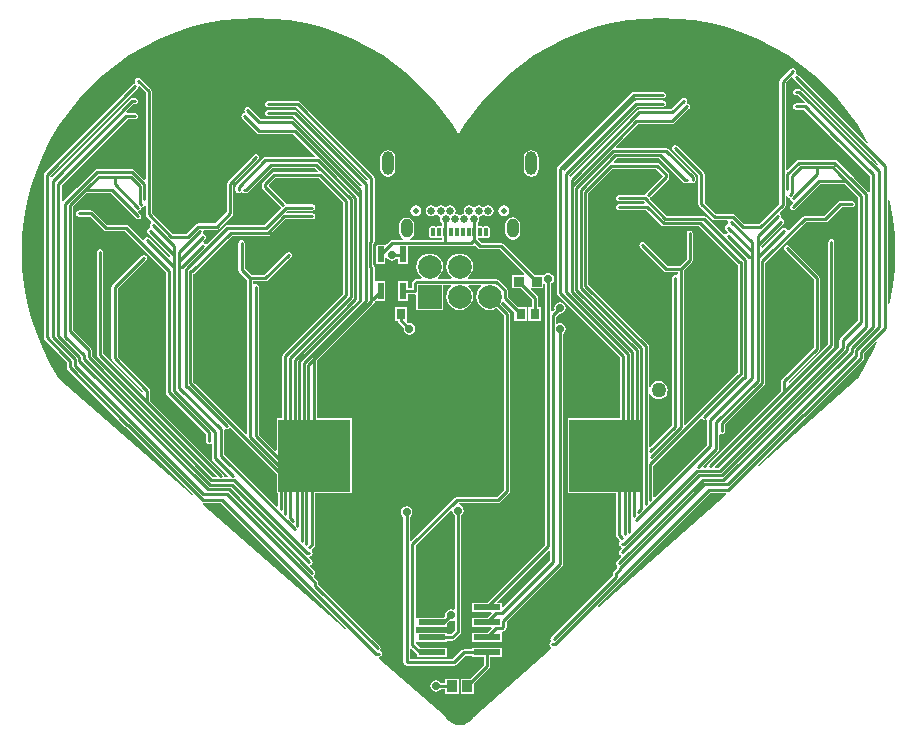
<source format=gbl>
G04 Layer_Physical_Order=2*
G04 Layer_Color=11436288*
%FSLAX24Y24*%
%MOIN*%
G70*
G01*
G75*
%ADD13C,0.0100*%
%ADD14C,0.0787*%
%ADD15R,0.0787X0.0787*%
%ADD16O,0.0394X0.0787*%
%ADD17O,0.0394X0.0630*%
%ADD18C,0.0197*%
%ADD19C,0.0256*%
%ADD20C,0.0276*%
%ADD21C,0.0500*%
%ADD22R,0.0354X0.0394*%
%ADD23R,0.2400X0.2400*%
%ADD24R,0.0886X0.0197*%
%ADD25R,0.0217X0.0550*%
%ADD26R,0.0295X0.0335*%
%ADD27R,0.0315X0.0354*%
%ADD28R,0.0320X0.0320*%
G04:AMPARAMS|DCode=29|XSize=13.8mil|YSize=27.6mil|CornerRadius=0mil|HoleSize=0mil|Usage=FLASHONLY|Rotation=0.000|XOffset=0mil|YOffset=0mil|HoleType=Round|Shape=Octagon|*
%AMOCTAGOND29*
4,1,8,-0.0034,0.0138,0.0034,0.0138,0.0069,0.0103,0.0069,-0.0103,0.0034,-0.0138,-0.0034,-0.0138,-0.0069,-0.0103,-0.0069,0.0103,-0.0034,0.0138,0.0*
%
%ADD29OCTAGOND29*%

G36*
X21950Y27449D02*
Y26800D01*
X21991D01*
Y26370D01*
X21944Y26351D01*
X20193Y28102D01*
Y28925D01*
X20237Y28952D01*
X20242Y28952D01*
X20248Y28949D01*
X20287Y28941D01*
X20327Y28949D01*
X20360Y28971D01*
X20423Y28976D01*
X21950Y27449D01*
D02*
G37*
G36*
X24160Y36490D02*
Y35442D01*
Y33442D01*
X22172Y31455D01*
X22150Y31421D01*
X22142Y31382D01*
Y29302D01*
X21950D01*
Y28234D01*
X21904Y28215D01*
X21375Y28744D01*
Y33670D01*
X21367Y33709D01*
X21344Y33743D01*
X21311Y33765D01*
X21271Y33773D01*
X21232Y33765D01*
X21228Y33762D01*
X21178Y33789D01*
Y33862D01*
X21567D01*
X21606Y33870D01*
X21640Y33892D01*
X22427Y34680D01*
X22449Y34713D01*
X22457Y34753D01*
X22449Y34792D01*
X22427Y34826D01*
X22394Y34848D01*
X22354Y34856D01*
X22315Y34848D01*
X22281Y34826D01*
X21524Y34068D01*
X21117D01*
X20882Y34303D01*
Y35146D01*
X20875Y35186D01*
X20852Y35219D01*
X20819Y35242D01*
X20779Y35249D01*
X20740Y35242D01*
X20706Y35219D01*
X20684Y35186D01*
X20676Y35146D01*
Y34260D01*
X20684Y34221D01*
X20706Y34187D01*
X20971Y33922D01*
Y28785D01*
X20925Y28766D01*
X19237Y30454D01*
X19237Y30454D01*
X19177Y30514D01*
Y34100D01*
X19209Y34121D01*
X20471Y35384D01*
X21646D01*
X21686Y35392D01*
X21719Y35414D01*
X22234Y35929D01*
X23141D01*
X23181Y35937D01*
X23214Y35959D01*
X23237Y35993D01*
X23245Y36032D01*
X23237Y36072D01*
X23214Y36105D01*
X23181Y36127D01*
X23141Y36135D01*
X22292D01*
X22273Y36181D01*
X22315Y36224D01*
X23141D01*
X23181Y36232D01*
X23214Y36254D01*
X23237Y36288D01*
X23245Y36327D01*
X23237Y36367D01*
X23214Y36400D01*
X23181Y36423D01*
X23141Y36431D01*
X22273D01*
X22257Y36441D01*
X22253Y36465D01*
X22230Y36499D01*
X21696Y37033D01*
Y37098D01*
X21896Y37298D01*
X23352D01*
X24160Y36490D01*
D02*
G37*
G36*
X17261Y35959D02*
X17295Y35937D01*
X17334Y35929D01*
X17374Y35937D01*
X17407Y35959D01*
X17430Y35993D01*
X17438Y36032D01*
X17430Y36072D01*
X17407Y36105D01*
X17335Y36177D01*
X17355Y36228D01*
X17374Y36232D01*
X17407Y36254D01*
X17430Y36288D01*
X17437Y36323D01*
X17472Y36330D01*
X17506Y36353D01*
X17528Y36386D01*
X17529Y36392D01*
X17579Y36387D01*
Y36095D01*
X17587Y36055D01*
X17609Y36022D01*
X17758Y35873D01*
X17754Y35810D01*
X17731Y35776D01*
X17723Y35737D01*
X17731Y35697D01*
X17735Y35692D01*
X17734Y35682D01*
X17710Y35639D01*
X17689Y35635D01*
X17655Y35613D01*
X17633Y35579D01*
X17625Y35540D01*
X17633Y35500D01*
X17655Y35467D01*
X18403Y34719D01*
X18399Y34692D01*
X18347Y34674D01*
X17703Y35318D01*
X17669Y35340D01*
X17630Y35348D01*
X17630D01*
X17590Y35340D01*
X17557Y35318D01*
X17534Y35284D01*
X17531Y35265D01*
X17479Y35246D01*
X17014Y35711D01*
X16980Y35734D01*
X16941Y35742D01*
X16294D01*
X15833Y36203D01*
X15799Y36226D01*
X15760Y36234D01*
X15366D01*
X15326Y36226D01*
X15293Y36203D01*
X15271Y36170D01*
X15263Y36131D01*
X15271Y36091D01*
X15293Y36058D01*
X15326Y36035D01*
X15366Y36027D01*
X15717D01*
X16179Y35565D01*
X16212Y35543D01*
X16252Y35535D01*
X16898D01*
X18049Y34384D01*
X18049Y34384D01*
X18261Y34172D01*
Y30162D01*
X18269Y30123D01*
X18291Y30089D01*
X19593Y28787D01*
Y28552D01*
X19601Y28512D01*
X19624Y28479D01*
X19657Y28456D01*
X19697Y28449D01*
X19736Y28456D01*
X19740Y28459D01*
X19790Y28433D01*
Y27961D01*
X19798Y27922D01*
X19821Y27888D01*
X20326Y27383D01*
X20307Y27337D01*
X20235D01*
X20193Y27385D01*
X20186Y27424D01*
X20163Y27458D01*
X17733Y29888D01*
Y30225D01*
X17725Y30264D01*
X17703Y30298D01*
X16650Y31350D01*
Y33627D01*
X17604Y34581D01*
X17627Y34615D01*
X17634Y34654D01*
X17627Y34694D01*
X17604Y34727D01*
X17571Y34749D01*
X17531Y34757D01*
X17492Y34749D01*
X17458Y34727D01*
X16474Y33743D01*
X16452Y33709D01*
X16444Y33670D01*
Y31308D01*
X16452Y31268D01*
X16474Y31235D01*
X17504Y30205D01*
X17501Y30190D01*
X17447Y30174D01*
X16158Y31463D01*
Y34851D01*
X16150Y34890D01*
X16128Y34924D01*
X16094Y34946D01*
X16055Y34954D01*
X16015Y34946D01*
X15982Y34924D01*
X15960Y34890D01*
X15952Y34851D01*
Y31420D01*
X15960Y31381D01*
X15982Y31347D01*
X19946Y27383D01*
X19927Y27337D01*
X19819D01*
X15785Y31371D01*
Y31582D01*
X15777Y31622D01*
X15755Y31655D01*
X15174Y32236D01*
Y36366D01*
X15605Y36798D01*
X16423D01*
X17261Y35959D01*
D02*
G37*
G36*
X42388Y36501D02*
X42487Y35953D01*
X42547Y35399D01*
X42567Y34843D01*
X42547Y34286D01*
X42487Y33732D01*
X42388Y33184D01*
X42366Y33094D01*
X42316Y33101D01*
Y36584D01*
X42366Y36591D01*
X42388Y36501D01*
D02*
G37*
G36*
X36933Y26751D02*
X32681Y23012D01*
X32647Y23049D01*
X36395Y26797D01*
X36915D01*
X36933Y26751D01*
D02*
G37*
G36*
X24275Y22308D02*
X24241Y22272D01*
X19477Y26436D01*
X19496Y26479D01*
X19499Y26482D01*
X20101D01*
X24275Y22308D01*
D02*
G37*
G36*
X41964Y31847D02*
X41862Y31601D01*
X41612Y31103D01*
X41328Y30624D01*
X41311Y30600D01*
X38027Y27712D01*
X37993Y27749D01*
X39235Y28991D01*
X39552Y29308D01*
X39559Y29309D01*
X39593Y29332D01*
X41498Y31237D01*
X41521Y31271D01*
X41529Y31310D01*
Y31481D01*
X41794Y31747D01*
X41922Y31875D01*
X41964Y31847D01*
D02*
G37*
G36*
X36136Y29286D02*
X36169Y29264D01*
X36209Y29256D01*
X36248Y29264D01*
X36254Y29267D01*
X36259Y29267D01*
X36303Y29240D01*
Y28417D01*
X34552Y26666D01*
X34505Y26685D01*
Y27723D01*
X36073Y29291D01*
X36136Y29286D01*
D02*
G37*
G36*
X17579Y40169D02*
Y37278D01*
X17533Y37259D01*
X17210Y37581D01*
X17177Y37604D01*
X17138Y37612D01*
X15956D01*
X15917Y37604D01*
X15884Y37581D01*
X15293Y36991D01*
X15293Y36991D01*
X14830Y36528D01*
X14814Y36530D01*
X14780Y36545D01*
Y37072D01*
X16029Y38321D01*
X16983Y39275D01*
X17236D01*
X17275Y39283D01*
X17309Y39306D01*
X17331Y39339D01*
X17339Y39379D01*
X17331Y39418D01*
X17309Y39451D01*
X17275Y39474D01*
X17236Y39482D01*
X16965D01*
X16944Y39532D01*
X17180Y39768D01*
X17236D01*
X17275Y39775D01*
X17309Y39798D01*
X17331Y39831D01*
X17339Y39871D01*
X17331Y39910D01*
X17309Y39944D01*
X17275Y39966D01*
X17236Y39974D01*
X17138D01*
X17098Y39966D01*
X17065Y39944D01*
X14458Y37337D01*
X14405Y37355D01*
X14401Y37382D01*
X17309Y40290D01*
X17331Y40323D01*
X17335Y40342D01*
X17386Y40362D01*
X17579Y40169D01*
D02*
G37*
G36*
X34826Y37387D02*
Y37374D01*
X34266Y36814D01*
X34244Y36780D01*
X34236Y36743D01*
X34223Y36746D01*
X33355D01*
X33315Y36738D01*
X33282Y36715D01*
X33259Y36682D01*
X33251Y36642D01*
X33259Y36603D01*
X33282Y36569D01*
X33315Y36547D01*
X33355Y36539D01*
X34181D01*
X34223Y36496D01*
X34204Y36450D01*
X33355D01*
X33315Y36442D01*
X33282Y36420D01*
X33259Y36387D01*
X33251Y36347D01*
X33259Y36308D01*
X33282Y36274D01*
X33315Y36252D01*
X33355Y36244D01*
X34262D01*
X34777Y35729D01*
X34810Y35707D01*
X34850Y35699D01*
X36025D01*
X37288Y34436D01*
X37308Y34423D01*
X37319Y34415D01*
Y30829D01*
X37259Y30769D01*
X37259Y30769D01*
X35571Y29081D01*
X35525Y29100D01*
Y34237D01*
X35790Y34502D01*
X35812Y34536D01*
X35820Y34575D01*
Y35461D01*
X35812Y35501D01*
X35790Y35534D01*
X35756Y35557D01*
X35717Y35564D01*
X35677Y35557D01*
X35644Y35534D01*
X35621Y35501D01*
X35614Y35461D01*
Y34618D01*
X35379Y34383D01*
X34972D01*
X34215Y35140D01*
X34181Y35163D01*
X34142Y35171D01*
X34102Y35163D01*
X34069Y35140D01*
X34047Y35107D01*
X34039Y35068D01*
X34047Y35028D01*
X34069Y34995D01*
X34856Y34207D01*
X34890Y34185D01*
X34929Y34177D01*
X35318D01*
Y34104D01*
X35268Y34077D01*
X35264Y34080D01*
X35225Y34088D01*
X35185Y34080D01*
X35152Y34058D01*
X35129Y34024D01*
X35121Y33985D01*
Y29059D01*
X34400Y28338D01*
X34354Y28357D01*
Y30117D01*
X34404Y30127D01*
X34422Y30084D01*
X34470Y30021D01*
X34533Y29973D01*
X34606Y29943D01*
X34685Y29932D01*
X34764Y29943D01*
X34837Y29973D01*
X34900Y30021D01*
X34948Y30084D01*
X34978Y30158D01*
X34989Y30236D01*
X34978Y30315D01*
X34948Y30388D01*
X34900Y30451D01*
X34837Y30499D01*
X34764Y30530D01*
X34685Y30540D01*
X34606Y30530D01*
X34533Y30499D01*
X34470Y30451D01*
X34422Y30388D01*
X34404Y30345D01*
X34354Y30355D01*
Y31697D01*
X34346Y31736D01*
X34324Y31770D01*
X32336Y33757D01*
Y35757D01*
Y36805D01*
X33144Y37613D01*
X34600D01*
X34826Y37387D01*
D02*
G37*
G36*
X35320Y42626D02*
X35874Y42566D01*
X36422Y42467D01*
X36962Y42330D01*
X37491Y42154D01*
X38005Y41940D01*
X38503Y41691D01*
X38982Y41407D01*
X39440Y41089D01*
X39874Y40740D01*
X40281Y40360D01*
X40661Y39952D01*
X41010Y39519D01*
X41328Y39061D01*
X41612Y38582D01*
X41653Y38500D01*
X41613Y38471D01*
X39333Y40751D01*
X39300Y40773D01*
X39278Y40777D01*
X39254Y40820D01*
X39253Y40829D01*
X39257Y40835D01*
X39265Y40875D01*
X39257Y40914D01*
X39235Y40948D01*
X39201Y40970D01*
X39162Y40978D01*
X39122Y40970D01*
X39089Y40948D01*
X38741Y40600D01*
X38718Y40566D01*
X38710Y40527D01*
Y36452D01*
X38028Y35770D01*
X37540D01*
X37230Y36079D01*
X37197Y36101D01*
X37157Y36109D01*
X36593D01*
X36214Y36488D01*
Y37430D01*
X36206Y37469D01*
X36183Y37503D01*
X35298Y38389D01*
X35264Y38411D01*
X35225Y38419D01*
X35185Y38411D01*
X35152Y38389D01*
X35129Y38355D01*
X35121Y38316D01*
X35129Y38276D01*
X35152Y38243D01*
X36007Y37387D01*
Y36445D01*
X36015Y36406D01*
X36038Y36373D01*
X36477Y35933D01*
X36510Y35911D01*
X36550Y35903D01*
X36950D01*
X36992Y35855D01*
X36999Y35815D01*
X37003Y35810D01*
X37002Y35800D01*
X36978Y35758D01*
X36957Y35753D01*
X36923Y35731D01*
X36901Y35698D01*
X36893Y35658D01*
X36901Y35619D01*
X36923Y35585D01*
X36995Y35513D01*
X36976Y35462D01*
X36957Y35458D01*
X36923Y35436D01*
X36860Y35431D01*
X36265Y36026D01*
X36231Y36049D01*
X36192Y36057D01*
X34955D01*
X34407Y36605D01*
X34412Y36667D01*
X34413Y36669D01*
X35002Y37258D01*
X35025Y37292D01*
X35033Y37331D01*
Y37430D01*
X35025Y37469D01*
X35002Y37503D01*
X34716Y37789D01*
X34682Y37812D01*
X34643Y37820D01*
X33202D01*
X33183Y37866D01*
X33280Y37963D01*
X34690D01*
X35493Y37160D01*
X35526Y37138D01*
X35566Y37130D01*
X35618D01*
X35658Y37138D01*
X35691Y37160D01*
X35742D01*
X35776Y37138D01*
X35815Y37130D01*
X35855Y37138D01*
X35888Y37160D01*
X35911Y37193D01*
X35918Y37233D01*
Y37331D01*
X35911Y37371D01*
X35888Y37404D01*
X35002Y38290D01*
X34969Y38312D01*
X34929Y38320D01*
X33275D01*
X33256Y38366D01*
X33428Y38538D01*
X33988Y39098D01*
X35126D01*
X35166Y39106D01*
X35199Y39128D01*
X35691Y39621D01*
X35714Y39654D01*
X35722Y39694D01*
X35714Y39733D01*
X35691Y39766D01*
X35658Y39789D01*
X35637Y39793D01*
X35613Y39836D01*
X35611Y39845D01*
X35615Y39851D01*
X35623Y39890D01*
X35615Y39930D01*
X35593Y39963D01*
X35559Y39986D01*
X35520Y39994D01*
X35480Y39986D01*
X35447Y39963D01*
X35083Y39600D01*
X34044D01*
X34004Y39592D01*
X33971Y39570D01*
X31758Y37357D01*
X31705Y37375D01*
X31701Y37402D01*
X33988Y39689D01*
X34831D01*
X34870Y39697D01*
X34904Y39719D01*
X34926Y39752D01*
X34934Y39792D01*
X34926Y39831D01*
X34904Y39865D01*
X34870Y39887D01*
X34831Y39895D01*
X33945D01*
X33906Y39887D01*
X33872Y39865D01*
X31561Y37554D01*
X31508Y37571D01*
X31504Y37599D01*
X33889Y39984D01*
X34831D01*
X34870Y39992D01*
X34904Y40014D01*
X34926Y40048D01*
X34934Y40087D01*
X34926Y40127D01*
X34904Y40160D01*
X34870Y40183D01*
X34831Y40190D01*
X33847D01*
X33807Y40183D01*
X33774Y40160D01*
X31313Y37700D01*
X31291Y37666D01*
X31283Y37627D01*
Y33493D01*
X31291Y33453D01*
X31313Y33420D01*
X32986Y31747D01*
X33392Y31341D01*
Y29302D01*
X31650D01*
Y26800D01*
X33267D01*
Y25406D01*
X33275Y25367D01*
X33297Y25333D01*
X33375Y25256D01*
X33380Y25224D01*
Y25200D01*
X33358Y25166D01*
X33350Y25127D01*
X33358Y25087D01*
X33380Y25054D01*
X33414Y25031D01*
X33433Y25027D01*
X33452Y24976D01*
X33380Y24904D01*
X33358Y24871D01*
X33350Y24831D01*
X33358Y24792D01*
X33380Y24758D01*
X33414Y24736D01*
X33418Y24735D01*
X33435Y24681D01*
X33328Y24574D01*
X33297Y24543D01*
X33275Y24509D01*
X33267Y24470D01*
X33275Y24431D01*
X33297Y24397D01*
X33297Y24397D01*
X33312Y24333D01*
X33311Y24326D01*
X33183Y24198D01*
X33161Y24165D01*
X33153Y24125D01*
Y24061D01*
X31108Y22015D01*
X31093Y21993D01*
X31085Y21982D01*
X31079Y21949D01*
X31079D01*
Y21949D01*
D01*
X31078Y21943D01*
X31084Y21910D01*
X31085Y21899D01*
X31086Y21856D01*
X31069Y21845D01*
X31069Y21845D01*
X31046Y21811D01*
X31039Y21772D01*
X31046Y21732D01*
X31069Y21699D01*
X31093Y21683D01*
X31103Y21644D01*
X31103Y21625D01*
X28520Y19354D01*
X28518Y19352D01*
X28516Y19351D01*
X28510Y19341D01*
X28505Y19334D01*
X28505Y19334D01*
X28505Y19335D01*
X28505Y19335D01*
X28504Y19335D01*
X28504Y19335D01*
X28502Y19332D01*
Y19332D01*
X28502Y19332D01*
X28502Y19332D01*
X28502Y19332D01*
X28502Y19331D01*
X28502Y19331D01*
X28502Y19331D01*
X28502Y19331D01*
X28502Y19331D01*
X28502Y19331D01*
Y19331D01*
X28502Y19331D01*
X28502Y19331D01*
X28502Y19329D01*
X28501Y19327D01*
X28418Y19220D01*
X28311Y19137D01*
X28186Y19085D01*
X28051Y19067D01*
X27917Y19085D01*
X27792Y19137D01*
X27684Y19220D01*
X27603Y19325D01*
X27603Y19326D01*
X27601Y19329D01*
X27601Y19329D01*
X27596Y19335D01*
X27590Y19345D01*
X27587Y19346D01*
X27586Y19348D01*
X25343Y21309D01*
X25365Y21356D01*
X25394Y21361D01*
X25427Y21384D01*
X25450Y21417D01*
X25457Y21457D01*
X25450Y21496D01*
X25427Y21530D01*
X25427Y21530D01*
X25410Y21541D01*
X25411Y21585D01*
X25412Y21595D01*
X25418Y21628D01*
X25417Y21634D01*
D01*
Y21634D01*
X25417D01*
X25411Y21667D01*
X25403Y21678D01*
X25388Y21701D01*
X23343Y23746D01*
Y23810D01*
X23335Y23850D01*
X23313Y23883D01*
X23185Y24011D01*
X23184Y24018D01*
X23199Y24082D01*
X23221Y24116D01*
X23229Y24155D01*
X23221Y24195D01*
X23199Y24228D01*
X23168Y24259D01*
X23061Y24366D01*
X23078Y24420D01*
X23083Y24421D01*
X23116Y24443D01*
X23138Y24477D01*
X23146Y24516D01*
X23138Y24556D01*
X23116Y24589D01*
X23044Y24661D01*
X23063Y24713D01*
X23083Y24716D01*
X23116Y24739D01*
X23138Y24772D01*
X23146Y24812D01*
X23138Y24851D01*
X23120Y24878D01*
X23116Y24896D01*
Y24909D01*
X23122Y24941D01*
X23199Y25019D01*
X23221Y25052D01*
X23229Y25091D01*
Y26800D01*
X24452D01*
Y29302D01*
X23304D01*
Y31226D01*
X23510Y31432D01*
X25183Y33105D01*
X25205Y33138D01*
X25213Y33178D01*
Y33195D01*
X25254Y33217D01*
X25254Y33217D01*
Y33217D01*
X25254Y33217D01*
X25573D01*
Y33869D01*
X25254D01*
Y33869D01*
X25213Y33892D01*
Y34327D01*
X25205Y34367D01*
X25183Y34400D01*
X25156Y34427D01*
Y35101D01*
X25183Y35128D01*
X25205Y35161D01*
X25213Y35201D01*
Y37312D01*
X25205Y37351D01*
X25183Y37385D01*
X22722Y39845D01*
X22689Y39868D01*
X22649Y39875D01*
X21665D01*
X21626Y39868D01*
X21592Y39845D01*
X21570Y39812D01*
X21562Y39772D01*
X21570Y39733D01*
X21592Y39699D01*
X21626Y39677D01*
X21665Y39669D01*
X22607D01*
X24992Y37284D01*
X24988Y37256D01*
X24935Y37239D01*
X22624Y39550D01*
X22590Y39572D01*
X22551Y39580D01*
X21665D01*
X21626Y39572D01*
X21592Y39550D01*
X21570Y39516D01*
X21562Y39477D01*
X21570Y39437D01*
X21592Y39404D01*
X21626Y39382D01*
X21665Y39374D01*
X22508D01*
X24795Y37087D01*
X24791Y37060D01*
X24738Y37042D01*
X22525Y39255D01*
X22492Y39277D01*
X22453Y39285D01*
X21413D01*
X21049Y39648D01*
X21016Y39671D01*
X20976Y39679D01*
X20937Y39671D01*
X20903Y39648D01*
X20881Y39615D01*
X20873Y39575D01*
X20881Y39536D01*
X20885Y39530D01*
X20883Y39521D01*
X20859Y39478D01*
X20838Y39474D01*
X20805Y39451D01*
X20782Y39418D01*
X20775Y39379D01*
X20782Y39339D01*
X20805Y39306D01*
X21297Y38813D01*
X21330Y38791D01*
X21370Y38783D01*
X22508D01*
X23069Y38223D01*
X23240Y38052D01*
X23221Y38005D01*
X21567D01*
X21527Y37997D01*
X21494Y37975D01*
X20608Y37089D01*
X20586Y37056D01*
X20578Y37016D01*
Y36918D01*
X20586Y36878D01*
X20608Y36845D01*
X20641Y36823D01*
X20681Y36815D01*
X20720Y36823D01*
X20754Y36845D01*
X20805D01*
X20838Y36823D01*
X20878Y36815D01*
X20930D01*
X20970Y36823D01*
X21003Y36845D01*
X21806Y37648D01*
X23216D01*
X23313Y37551D01*
X23294Y37505D01*
X21853D01*
X21814Y37497D01*
X21781Y37475D01*
X21494Y37188D01*
X21471Y37154D01*
X21464Y37115D01*
Y37016D01*
X21471Y36977D01*
X21494Y36943D01*
X22084Y36353D01*
X22089Y36290D01*
X21541Y35742D01*
X20304D01*
X20265Y35734D01*
X20231Y35711D01*
X19636Y35116D01*
X19573Y35121D01*
X19539Y35143D01*
X19520Y35147D01*
X19501Y35198D01*
X19573Y35270D01*
X19595Y35304D01*
X19603Y35343D01*
X19595Y35383D01*
X19573Y35416D01*
X19539Y35438D01*
X19518Y35443D01*
X19494Y35485D01*
X19493Y35495D01*
X19497Y35500D01*
X19504Y35540D01*
X19546Y35588D01*
X19946D01*
X19986Y35596D01*
X20019Y35618D01*
X20459Y36058D01*
X20481Y36091D01*
X20489Y36131D01*
Y37072D01*
X21344Y37928D01*
X21367Y37961D01*
X21375Y38001D01*
X21367Y38040D01*
X21344Y38074D01*
X21311Y38096D01*
X21271Y38104D01*
X21232Y38096D01*
X21198Y38074D01*
X20313Y37188D01*
X20290Y37154D01*
X20282Y37115D01*
Y36173D01*
X19903Y35794D01*
X19339D01*
X19299Y35786D01*
X19266Y35764D01*
X18956Y35455D01*
X18468D01*
X17786Y36137D01*
Y40212D01*
X17778Y40251D01*
X17755Y40285D01*
X17407Y40633D01*
X17374Y40655D01*
X17334Y40663D01*
X17295Y40655D01*
X17261Y40633D01*
X17239Y40599D01*
X17231Y40560D01*
X17239Y40520D01*
X17243Y40514D01*
X17242Y40505D01*
X17218Y40462D01*
X17196Y40458D01*
X17163Y40436D01*
X14210Y37483D01*
X14188Y37450D01*
X14180Y37410D01*
Y36918D01*
Y31997D01*
X14188Y31957D01*
X14210Y31924D01*
X14702Y31432D01*
X14967Y31167D01*
Y30995D01*
X14975Y30956D01*
X14998Y30923D01*
X16904Y29017D01*
X16937Y28994D01*
X16944Y28993D01*
X17261Y28676D01*
X19147Y26790D01*
X19113Y26754D01*
X14712Y30600D01*
X14695Y30624D01*
X14411Y31103D01*
X14162Y31601D01*
X13949Y32116D01*
X13773Y32644D01*
X13635Y33184D01*
X13536Y33732D01*
X13477Y34286D01*
X13457Y34843D01*
X13477Y35399D01*
X13536Y35953D01*
X13635Y36501D01*
X13773Y37041D01*
X13949Y37569D01*
X14162Y38084D01*
X14411Y38582D01*
X14695Y39061D01*
X15013Y39519D01*
X15363Y39952D01*
X15742Y40360D01*
X16150Y40740D01*
X16584Y41089D01*
X17041Y41407D01*
X17520Y41691D01*
X18018Y41940D01*
X18533Y42154D01*
X19061Y42330D01*
X19601Y42467D01*
X20149Y42566D01*
X20703Y42626D01*
X21260Y42646D01*
X21817Y42626D01*
X22370Y42566D01*
X22919Y42467D01*
X23458Y42330D01*
X23987Y42154D01*
X24501Y41940D01*
X24999Y41691D01*
X25479Y41407D01*
X25936Y41089D01*
X26370Y40740D01*
X26777Y40360D01*
X27157Y39952D01*
X27507Y39519D01*
X27824Y39061D01*
X27947Y38855D01*
X27951Y38857D01*
X27961Y38843D01*
X27984Y38827D01*
X28012Y38821D01*
X28039Y38827D01*
X28063Y38843D01*
X28073Y38857D01*
X28077Y38855D01*
X28199Y39061D01*
X28517Y39519D01*
X28866Y39952D01*
X29246Y40360D01*
X29654Y40740D01*
X30087Y41089D01*
X30545Y41407D01*
X31024Y41691D01*
X31522Y41940D01*
X32037Y42154D01*
X32565Y42330D01*
X33105Y42467D01*
X33653Y42566D01*
X34207Y42626D01*
X34764Y42646D01*
X35320Y42626D01*
D02*
G37*
G36*
X39161Y40657D02*
X39165Y40638D01*
X39187Y40605D01*
X41970Y37822D01*
X41993Y37766D01*
X41952Y37738D01*
X39431Y40259D01*
X39398Y40281D01*
X39359Y40289D01*
X39260D01*
X39221Y40281D01*
X39187Y40259D01*
X39165Y40225D01*
X39157Y40186D01*
X39165Y40146D01*
X39187Y40113D01*
X39221Y40090D01*
X39260Y40082D01*
X39316D01*
X39552Y39847D01*
X39531Y39797D01*
X39260D01*
X39221Y39789D01*
X39187Y39766D01*
X39165Y39733D01*
X39157Y39694D01*
X39165Y39654D01*
X39187Y39621D01*
X39221Y39598D01*
X39260Y39590D01*
X39513D01*
X40467Y38636D01*
X40467Y38636D01*
X41716Y37387D01*
Y36860D01*
X41682Y36845D01*
X41666Y36843D01*
X41203Y37306D01*
X40613Y37896D01*
X40579Y37919D01*
X40540Y37927D01*
X39359D01*
X39319Y37919D01*
X39286Y37896D01*
X38963Y37574D01*
X38917Y37593D01*
Y40484D01*
X39110Y40677D01*
X39161Y40657D01*
D02*
G37*
G36*
X41322Y36681D02*
Y32551D01*
X40741Y31970D01*
X40719Y31937D01*
X40711Y31897D01*
Y31686D01*
X36677Y27652D01*
X36569D01*
X36550Y27698D01*
X40514Y31662D01*
X40536Y31696D01*
X40544Y31735D01*
Y35166D01*
X40536Y35205D01*
X40514Y35239D01*
X40481Y35261D01*
X40441Y35269D01*
X40402Y35261D01*
X40368Y35239D01*
X40346Y35205D01*
X40338Y35166D01*
Y31778D01*
X39049Y30489D01*
X38995Y30505D01*
X38992Y30520D01*
X40022Y31550D01*
X40044Y31583D01*
X40052Y31623D01*
Y33985D01*
X40044Y34024D01*
X40022Y34058D01*
X39038Y35042D01*
X39004Y35064D01*
X38965Y35072D01*
X38925Y35064D01*
X38892Y35042D01*
X38870Y35009D01*
X38862Y34969D01*
X38870Y34930D01*
X38892Y34896D01*
X39846Y33942D01*
Y31665D01*
X38793Y30613D01*
X38771Y30579D01*
X38763Y30540D01*
Y30203D01*
X36333Y27773D01*
X36310Y27739D01*
X36303Y27700D01*
X36261Y27652D01*
X36189D01*
X36170Y27698D01*
X36676Y28203D01*
X36698Y28237D01*
X36706Y28276D01*
Y28748D01*
X36756Y28774D01*
X36760Y28771D01*
X36799Y28764D01*
X36839Y28771D01*
X36872Y28794D01*
X36895Y28827D01*
X36903Y28867D01*
Y29102D01*
X38205Y30404D01*
X38227Y30438D01*
X38235Y30477D01*
Y34487D01*
X38447Y34699D01*
X39598Y35850D01*
X40244D01*
X40284Y35858D01*
X40317Y35880D01*
X40779Y36342D01*
X41130D01*
X41170Y36350D01*
X41203Y36373D01*
X41225Y36406D01*
X41233Y36445D01*
X41225Y36485D01*
X41203Y36518D01*
X41170Y36541D01*
X41130Y36549D01*
X40736D01*
X40697Y36541D01*
X40664Y36518D01*
X40202Y36057D01*
X39555D01*
X39516Y36049D01*
X39482Y36026D01*
X39017Y35561D01*
X38965Y35580D01*
X38962Y35599D01*
X38939Y35633D01*
X38906Y35655D01*
X38866Y35663D01*
X38866D01*
X38827Y35655D01*
X38793Y35633D01*
X38149Y34989D01*
X38097Y35007D01*
X38093Y35034D01*
X38841Y35782D01*
X38863Y35815D01*
X38871Y35855D01*
X38863Y35894D01*
X38841Y35928D01*
X38807Y35950D01*
X38786Y35954D01*
X38762Y35997D01*
X38761Y36007D01*
X38765Y36012D01*
X38773Y36052D01*
X38765Y36091D01*
X38742Y36125D01*
X38738Y36188D01*
X38887Y36337D01*
X38909Y36370D01*
X38917Y36410D01*
Y36702D01*
X38967Y36707D01*
X38968Y36701D01*
X38990Y36668D01*
X39024Y36645D01*
X39059Y36638D01*
X39066Y36603D01*
X39089Y36569D01*
X39122Y36547D01*
X39141Y36543D01*
X39161Y36492D01*
X39089Y36420D01*
X39066Y36387D01*
X39058Y36347D01*
X39066Y36308D01*
X39089Y36274D01*
X39122Y36252D01*
X39162Y36244D01*
X39201Y36252D01*
X39235Y36274D01*
X40073Y37113D01*
X40891D01*
X41322Y36681D01*
D02*
G37*
%LPC*%
G36*
X30443Y38245D02*
X30346Y38226D01*
X30264Y38171D01*
X30209Y38089D01*
X30190Y37992D01*
Y37598D01*
X30209Y37502D01*
X30264Y37420D01*
X30346Y37365D01*
X30443Y37346D01*
X30540Y37365D01*
X30622Y37420D01*
X30677Y37502D01*
X30696Y37598D01*
Y37992D01*
X30677Y38089D01*
X30622Y38171D01*
X30540Y38226D01*
X30443Y38245D01*
D02*
G37*
G36*
X26585Y36403D02*
X26515Y36389D01*
X26456Y36350D01*
X26416Y36290D01*
X26402Y36220D01*
X26416Y36151D01*
X26456Y36091D01*
X26515Y36052D01*
X26585Y36038D01*
X26655Y36052D01*
X26714Y36091D01*
X26753Y36151D01*
X26767Y36220D01*
X26753Y36290D01*
X26714Y36350D01*
X26655Y36389D01*
X26585Y36403D01*
D02*
G37*
G36*
X28024Y20622D02*
X27567D01*
Y20477D01*
X27422D01*
X27400Y20510D01*
X27338Y20552D01*
X27264Y20567D01*
X27190Y20552D01*
X27128Y20510D01*
X27086Y20448D01*
X27071Y20374D01*
X27086Y20300D01*
X27128Y20238D01*
X27190Y20196D01*
X27264Y20181D01*
X27338Y20196D01*
X27400Y20238D01*
X27422Y20271D01*
X27567D01*
Y20126D01*
X28024D01*
Y20622D01*
D02*
G37*
G36*
X29518Y36403D02*
X29448Y36389D01*
X29389Y36350D01*
X29349Y36290D01*
X29335Y36220D01*
X29349Y36151D01*
X29389Y36091D01*
X29448Y36052D01*
X29518Y36038D01*
X29588Y36052D01*
X29647Y36091D01*
X29686Y36151D01*
X29700Y36220D01*
X29686Y36290D01*
X29647Y36350D01*
X29588Y36389D01*
X29518Y36403D01*
D02*
G37*
G36*
X25659Y38245D02*
X25563Y38226D01*
X25481Y38171D01*
X25426Y38089D01*
X25407Y37992D01*
Y37598D01*
X25426Y37502D01*
X25481Y37420D01*
X25563Y37365D01*
X25659Y37346D01*
X25756Y37365D01*
X25838Y37420D01*
X25893Y37502D01*
X25912Y37598D01*
Y37992D01*
X25893Y38089D01*
X25838Y38171D01*
X25756Y38226D01*
X25659Y38245D01*
D02*
G37*
G36*
X28051Y34807D02*
X27935Y34792D01*
X27827Y34747D01*
X27734Y34676D01*
X27663Y34583D01*
X27618Y34474D01*
X27602Y34358D01*
X27618Y34242D01*
X27663Y34134D01*
X27734Y34041D01*
X27779Y34006D01*
X27762Y33956D01*
X27340D01*
X27323Y34006D01*
X27368Y34041D01*
X27440Y34134D01*
X27485Y34242D01*
X27500Y34358D01*
X27485Y34474D01*
X27440Y34583D01*
X27368Y34676D01*
X27276Y34747D01*
X27167Y34792D01*
X27051Y34807D01*
X26935Y34792D01*
X26827Y34747D01*
X26734Y34676D01*
X26663Y34583D01*
X26618Y34474D01*
X26602Y34358D01*
X26618Y34242D01*
X26663Y34134D01*
X26734Y34041D01*
X26779Y34006D01*
X26762Y33956D01*
X26616D01*
X26576Y33948D01*
X26543Y33926D01*
X26483Y33867D01*
X26461Y33833D01*
X26453Y33794D01*
Y33646D01*
X26321D01*
Y33869D01*
X26002D01*
Y33217D01*
X26321D01*
Y33440D01*
X26556D01*
X26606Y33399D01*
Y32913D01*
X27496D01*
Y33750D01*
X27749D01*
X27766Y33700D01*
X27734Y33676D01*
X27663Y33583D01*
X27618Y33474D01*
X27602Y33358D01*
X27618Y33242D01*
X27663Y33134D01*
X27734Y33041D01*
X27827Y32970D01*
X27935Y32925D01*
X28051Y32910D01*
X28167Y32925D01*
X28276Y32970D01*
X28368Y33041D01*
X28440Y33134D01*
X28485Y33242D01*
X28500Y33358D01*
X28485Y33474D01*
X28440Y33583D01*
X28368Y33676D01*
X28337Y33700D01*
X28354Y33750D01*
X28749D01*
X28766Y33700D01*
X28734Y33676D01*
X28663Y33583D01*
X28618Y33474D01*
X28602Y33358D01*
X28618Y33242D01*
X28663Y33134D01*
X28734Y33041D01*
X28827Y32970D01*
X28935Y32925D01*
X29051Y32910D01*
X29167Y32925D01*
X29276Y32970D01*
X29286Y32978D01*
X29523Y32741D01*
Y26913D01*
X29288Y26678D01*
X27953D01*
X27913Y26670D01*
X27880Y26648D01*
X26433Y25201D01*
X26383Y25221D01*
Y26023D01*
X26416Y26045D01*
X26458Y26107D01*
X26472Y26181D01*
X26458Y26255D01*
X26416Y26317D01*
X26353Y26359D01*
X26280Y26374D01*
X26206Y26359D01*
X26143Y26317D01*
X26102Y26255D01*
X26087Y26181D01*
X26102Y26107D01*
X26143Y26045D01*
X26176Y26023D01*
Y21161D01*
X26184Y21122D01*
X26207Y21088D01*
X26240Y21066D01*
X26280Y21058D01*
X27854D01*
X27894Y21066D01*
X27927Y21088D01*
X28230Y21391D01*
X28472D01*
Y21344D01*
X28863D01*
Y21076D01*
X28409Y20622D01*
X28079D01*
Y20126D01*
X28535D01*
Y20456D01*
X29039Y20961D01*
X29062Y20994D01*
X29070Y21033D01*
Y21344D01*
X29461D01*
Y21644D01*
X28472D01*
Y21597D01*
X28187D01*
X28148Y21589D01*
X28114Y21567D01*
X27812Y21265D01*
X26383D01*
Y21629D01*
X26433Y21650D01*
X26642Y21441D01*
Y21344D01*
X27630D01*
Y21644D01*
X26731D01*
X26580Y21795D01*
Y25056D01*
X27760Y26236D01*
X27808Y26213D01*
X27820Y26153D01*
X27862Y26090D01*
X27895Y26068D01*
Y22931D01*
X27845Y22904D01*
X27830Y22914D01*
X27756Y22929D01*
X27682Y22914D01*
X27620Y22872D01*
X27578Y22810D01*
X27563Y22736D01*
X27571Y22697D01*
X27517Y22644D01*
X26642D01*
Y22344D01*
X27630D01*
Y22464D01*
X27717Y22551D01*
X27756Y22544D01*
X27830Y22558D01*
X27845Y22568D01*
X27895Y22542D01*
Y22234D01*
X27758Y22097D01*
X27630D01*
Y22144D01*
X26642D01*
Y21844D01*
X27630D01*
Y21891D01*
X27801D01*
X27841Y21899D01*
X27874Y21921D01*
X28071Y22118D01*
X28093Y22151D01*
X28101Y22191D01*
Y26068D01*
X28134Y26090D01*
X28176Y26153D01*
X28191Y26226D01*
X28176Y26300D01*
X28134Y26363D01*
X28072Y26404D01*
X28058Y26407D01*
X28034Y26463D01*
X28040Y26472D01*
X29331D01*
X29370Y26479D01*
X29404Y26502D01*
X29699Y26797D01*
X29721Y26831D01*
X29729Y26870D01*
Y32783D01*
X29721Y32823D01*
X29699Y32856D01*
X29432Y33124D01*
X29440Y33134D01*
X29462Y33188D01*
X29511Y33197D01*
X29870Y32838D01*
Y32547D01*
X30287D01*
Y33004D01*
X29996D01*
X29649Y33351D01*
Y33563D01*
X29641Y33603D01*
X29619Y33636D01*
X29329Y33926D01*
X29296Y33948D01*
X29256Y33956D01*
X28340D01*
X28323Y34006D01*
X28368Y34041D01*
X28440Y34134D01*
X28485Y34242D01*
X28500Y34358D01*
X28485Y34474D01*
X28440Y34583D01*
X28368Y34676D01*
X28276Y34747D01*
X28167Y34792D01*
X28051Y34807D01*
D02*
G37*
G36*
X28996Y36403D02*
X28926Y36389D01*
X28869Y36351D01*
X28856Y36345D01*
X28821D01*
X28808Y36351D01*
X28751Y36389D01*
X28681Y36403D01*
X28611Y36389D01*
X28552Y36350D01*
X28549Y36345D01*
X28499D01*
X28495Y36350D01*
X28436Y36389D01*
X28366Y36403D01*
X28296Y36389D01*
X28237Y36350D01*
X28197Y36290D01*
X28184Y36220D01*
X28193Y36172D01*
X28197Y36151D01*
X28159Y36118D01*
X28139Y36114D01*
X28080Y36074D01*
X28076Y36069D01*
X28026D01*
X28023Y36074D01*
X27964Y36114D01*
X27943Y36118D01*
X27905Y36151D01*
X27909Y36172D01*
X27919Y36220D01*
X27905Y36290D01*
X27865Y36350D01*
X27806Y36389D01*
X27736Y36403D01*
X27666Y36389D01*
X27607Y36350D01*
X27604Y36345D01*
X27554D01*
X27550Y36350D01*
X27491Y36389D01*
X27421Y36403D01*
X27351Y36389D01*
X27295Y36351D01*
X27281Y36345D01*
X27247D01*
X27233Y36351D01*
X27176Y36389D01*
X27106Y36403D01*
X27036Y36389D01*
X26977Y36350D01*
X26938Y36290D01*
X26924Y36220D01*
X26938Y36151D01*
X26977Y36091D01*
X27036Y36052D01*
X27106Y36038D01*
X27176Y36052D01*
X27233Y36090D01*
X27247Y36096D01*
X27281D01*
X27295Y36090D01*
X27351Y36052D01*
X27372Y36048D01*
X27410Y36015D01*
X27406Y35994D01*
X27396Y35945D01*
X27410Y35875D01*
X27450Y35816D01*
X27456Y35812D01*
Y35711D01*
X27422Y35697D01*
X27302D01*
X27264Y35658D01*
X27225Y35697D01*
X27105D01*
X27045Y35637D01*
Y35379D01*
X27105Y35319D01*
X27225D01*
X27264Y35357D01*
X27302Y35319D01*
X27422D01*
X27456Y35305D01*
Y35243D01*
X26414D01*
X26399Y35293D01*
X26458Y35333D01*
X26513Y35415D01*
X26532Y35512D01*
Y35748D01*
X26513Y35845D01*
X26458Y35927D01*
X26376Y35982D01*
X26280Y36001D01*
X26183Y35982D01*
X26101Y35927D01*
X26046Y35845D01*
X26027Y35748D01*
Y35512D01*
X26046Y35415D01*
X26101Y35333D01*
X26160Y35293D01*
X26145Y35243D01*
X25790D01*
X25750Y35235D01*
X25717Y35213D01*
X25615Y35111D01*
X25573Y35090D01*
Y35090D01*
X25573Y35090D01*
X25254D01*
Y34438D01*
X25573D01*
Y34635D01*
X25623Y34650D01*
X25651Y34608D01*
X25714Y34566D01*
X25787Y34551D01*
X25861Y34566D01*
X25924Y34608D01*
X25946Y34641D01*
X26002D01*
Y34438D01*
X26321D01*
Y35037D01*
X27548D01*
X27559Y35035D01*
X28445D01*
X28484Y35042D01*
X28518Y35065D01*
X28543Y35090D01*
X28667Y34966D01*
X28701Y34944D01*
X28740Y34936D01*
X29391D01*
X30208Y34119D01*
X30187Y34069D01*
X29804D01*
Y33647D01*
X30080D01*
X30448Y33279D01*
Y33004D01*
X30343D01*
Y32547D01*
X30760D01*
Y33004D01*
X30654D01*
Y33322D01*
X30646Y33362D01*
X30624Y33395D01*
X30422Y33597D01*
X30443Y33647D01*
X30826D01*
Y33767D01*
X30876Y33793D01*
X30901Y33775D01*
Y25074D01*
X28970Y23144D01*
X28472D01*
Y22844D01*
X29106D01*
X29125Y22798D01*
X28970Y22644D01*
X28472D01*
Y22344D01*
X29106D01*
X29125Y22298D01*
X28970Y22144D01*
X28472D01*
Y21844D01*
X29461D01*
Y22144D01*
X29461D01*
X29462Y22193D01*
X29491Y22199D01*
X29524Y22222D01*
X29584Y22281D01*
X29606Y22314D01*
X29614Y22354D01*
Y22508D01*
X31471Y24365D01*
X31493Y24398D01*
X31501Y24438D01*
Y32125D01*
X31534Y32147D01*
X31576Y32210D01*
X31590Y32283D01*
X31576Y32357D01*
X31534Y32420D01*
X31471Y32461D01*
X31398Y32476D01*
X31324Y32461D01*
X31306Y32449D01*
X31262Y32473D01*
Y32691D01*
X31359Y32788D01*
X31398Y32780D01*
X31471Y32794D01*
X31534Y32836D01*
X31576Y32899D01*
X31590Y32972D01*
X31576Y33046D01*
X31534Y33109D01*
X31471Y33150D01*
X31398Y33165D01*
X31324Y33150D01*
X31261Y33109D01*
X31220Y33046D01*
X31205Y32972D01*
X31213Y32933D01*
X31153Y32874D01*
X31107Y32893D01*
Y33798D01*
X31140Y33820D01*
X31182Y33883D01*
X31197Y33957D01*
X31182Y34030D01*
X31140Y34093D01*
X31078Y34135D01*
X31004Y34149D01*
X30930Y34135D01*
X30868Y34093D01*
X30867Y34092D01*
X30826Y34069D01*
Y34069D01*
X30826Y34069D01*
X30550D01*
X29507Y35112D01*
X29473Y35135D01*
X29434Y35143D01*
X28783D01*
X28666Y35259D01*
X28675Y35317D01*
X28680Y35319D01*
X28800D01*
X28839Y35357D01*
X28877Y35319D01*
X28997D01*
X29057Y35379D01*
Y35637D01*
X28997Y35697D01*
X28877D01*
X28839Y35658D01*
X28800Y35697D01*
X28680D01*
X28646Y35711D01*
Y35812D01*
X28653Y35816D01*
X28692Y35875D01*
X28706Y35945D01*
X28697Y35994D01*
X28692Y36015D01*
X28731Y36048D01*
X28751Y36052D01*
X28808Y36090D01*
X28821Y36096D01*
X28856D01*
X28869Y36090D01*
X28926Y36052D01*
X28996Y36038D01*
X29066Y36052D01*
X29125Y36091D01*
X29165Y36151D01*
X29179Y36220D01*
X29165Y36290D01*
X29125Y36350D01*
X29066Y36389D01*
X28996Y36403D01*
D02*
G37*
G36*
X29823Y36001D02*
X29726Y35982D01*
X29644Y35927D01*
X29589Y35845D01*
X29570Y35748D01*
Y35512D01*
X29589Y35415D01*
X29644Y35333D01*
X29726Y35278D01*
X29823Y35259D01*
X29920Y35278D01*
X30002Y35333D01*
X30056Y35415D01*
X30076Y35512D01*
Y35748D01*
X30056Y35845D01*
X30002Y35927D01*
X29920Y35982D01*
X29823Y36001D01*
D02*
G37*
G36*
X26281Y32994D02*
X25884D01*
Y32557D01*
X25984D01*
X25987Y32539D01*
X26010Y32506D01*
X26193Y32322D01*
X26185Y32283D01*
X26200Y32210D01*
X26242Y32147D01*
X26304Y32105D01*
X26378Y32091D01*
X26452Y32105D01*
X26514Y32147D01*
X26556Y32210D01*
X26571Y32283D01*
X26556Y32357D01*
X26514Y32420D01*
X26452Y32461D01*
X26378Y32476D01*
X26339Y32468D01*
X26296Y32511D01*
X26281Y32557D01*
X26281D01*
X26281Y32557D01*
Y32994D01*
D02*
G37*
%LPD*%
G36*
X31056Y24872D02*
Y24545D01*
X29507Y22996D01*
X29461Y23015D01*
Y23144D01*
X29327D01*
X29308Y23190D01*
X31009Y24891D01*
X31056Y24872D01*
D02*
G37*
D13*
X26083Y32579D02*
X26378Y32283D01*
X26083Y32579D02*
Y32776D01*
X23201Y28051D02*
Y31331D01*
X29511Y22551D02*
X31398Y24438D01*
X29511Y22354D02*
Y22551D01*
X29451Y22294D02*
X29511Y22354D01*
X29267Y22294D02*
X29451D01*
X31159Y32733D02*
X31398Y32972D01*
X31159Y24502D02*
Y32733D01*
X29451Y22794D02*
X31159Y24502D01*
X31398Y24438D02*
Y32283D01*
X28967Y21994D02*
X29267Y22294D01*
X29252Y35945D02*
Y36398D01*
X29035Y36614D02*
X29252Y36398D01*
X26969Y36614D02*
X29035D01*
X26850Y36496D02*
X26969Y36614D01*
X26850Y35945D02*
Y36496D01*
X27559Y35138D02*
Y35508D01*
X28740Y35039D02*
X29434D01*
X28543Y35236D02*
X28740Y35039D01*
X28543Y35236D02*
Y35508D01*
X26504Y35945D02*
X26850D01*
X26403Y36046D02*
X26504Y35945D01*
X25394Y34252D02*
X25787Y33858D01*
Y33543D02*
Y33858D01*
X26782Y34853D02*
X28434D01*
X28929Y34358D01*
X29051D01*
X25623Y33379D02*
X25787Y33543D01*
X25623Y33226D02*
Y33379D01*
X25492Y33096D02*
X25623Y33226D01*
X25492Y32776D02*
Y33096D01*
Y32776D02*
X27067Y31201D01*
Y28150D02*
Y31201D01*
X27136Y22994D02*
Y23396D01*
X27998Y22191D02*
Y26226D01*
X27801Y21994D02*
X27998Y22191D01*
X27264Y20374D02*
X27795D01*
X27514Y22494D02*
X27756Y22736D01*
X27136Y22494D02*
X27514D01*
X28307Y20374D02*
X28967Y21033D01*
Y21494D01*
X29134Y35508D02*
X29252Y35626D01*
Y35945D01*
X26850Y35626D02*
X26969Y35508D01*
X26850Y35626D02*
Y35945D01*
X27953Y26575D02*
X29331D01*
X29626Y26870D01*
Y32783D01*
X29051Y33358D02*
X29626Y32783D01*
X26476Y25098D02*
X27953Y26575D01*
X26476Y21752D02*
Y25098D01*
Y21752D02*
X26734Y21494D01*
X27136D01*
X26280Y21161D02*
Y26181D01*
Y21161D02*
X27854D01*
X28187Y21494D01*
X28967D01*
X29267Y22794D02*
X29451D01*
X28967Y22494D02*
X29267Y22794D01*
X27136Y21994D02*
X27801D01*
X26616Y33853D02*
X29256D01*
X26556Y33794D02*
X26616Y33853D01*
X26556Y33543D02*
Y33794D01*
X31004Y25031D02*
Y33957D01*
X28967Y22994D02*
X31004Y25031D01*
X29546Y33308D02*
X30079Y32776D01*
X29546Y33308D02*
Y33563D01*
X29256Y33853D02*
X29546Y33563D01*
X23201Y31331D02*
X25413Y33543D01*
X26161D02*
X26556D01*
X30551Y32776D02*
Y33322D01*
X30015Y33858D02*
X30551Y33322D01*
X28445Y35138D02*
X28543Y35236D01*
X27559Y35138D02*
X28445D01*
X27559Y35925D02*
X27579Y35945D01*
X27559Y35508D02*
Y35925D01*
X28543Y35508D02*
Y35925D01*
X29434Y35039D02*
X30615Y33858D01*
X14283Y37410D02*
X17236Y40363D01*
X14283Y36918D02*
Y37410D01*
Y31997D02*
Y36918D01*
Y31997D02*
X14775Y31505D01*
X15071Y31209D01*
Y31209D02*
Y31209D01*
Y30995D02*
Y31209D01*
Y30995D02*
X16976Y29090D01*
X16993D01*
X17334Y28749D01*
X19497Y26586D01*
X20143D01*
X25272Y21457D01*
X25354D01*
X15222Y31058D02*
Y31272D01*
Y31058D02*
X16055Y30225D01*
X19500Y26780D01*
X20287D01*
X23089Y23979D01*
Y23962D02*
Y23979D01*
Y23962D02*
X23240Y23810D01*
Y23729D02*
Y23810D01*
Y23703D02*
Y23729D01*
Y23703D02*
X25315Y21628D01*
X14480Y32014D02*
X15222Y31272D01*
X14480Y32014D02*
Y36327D01*
Y37213D01*
X17138Y39871D01*
X17236D01*
X16941Y39379D02*
X17236D01*
X15956Y38394D02*
X16941Y39379D01*
X14677Y37115D02*
X15956Y38394D01*
X14677Y36032D02*
Y37115D01*
Y32031D02*
Y36032D01*
Y32031D02*
X15373Y31335D01*
Y31209D02*
Y31335D01*
Y31209D02*
X19651Y26931D01*
X20287D01*
X20350D01*
X23095Y24186D01*
X23126Y24155D01*
X20477Y27082D02*
X23043Y24516D01*
X20386Y27082D02*
X20477D01*
X19714D02*
X20386D01*
X19413Y27383D02*
X19714Y27082D01*
X15524Y31272D02*
X19413Y27383D01*
X15524Y31272D02*
Y31397D01*
X14899Y32022D02*
X15524Y31397D01*
X14899Y32022D02*
Y36451D01*
X15366Y36918D01*
X15956Y37508D01*
X17138D01*
X17531Y37115D01*
Y36623D02*
Y37115D01*
X17380Y36479D02*
X17433Y36426D01*
X17380Y36479D02*
Y37052D01*
X17080Y37352D02*
X17380Y37052D01*
X16014Y37352D02*
X17080D01*
X15768Y37106D02*
X16014Y37352D01*
X15071Y36409D02*
X15768Y37106D01*
X15071Y32194D02*
Y36409D01*
Y32194D02*
X15682Y31582D01*
Y31328D02*
Y31582D01*
Y31328D02*
X19776Y27234D01*
X20540D01*
X22962Y24812D01*
X23043D01*
X16547Y37115D02*
X17334Y36327D01*
X16547Y37115D02*
Y37312D01*
X15563Y36901D02*
X16466D01*
X17334Y36032D01*
X21665Y39772D02*
X22649D01*
X25110Y37312D01*
X23437Y31505D02*
X25110Y33178D01*
X23001Y31069D02*
X23437Y31505D01*
X23001Y27961D02*
Y31069D01*
Y27961D02*
X23126Y27836D01*
Y25091D02*
Y27836D01*
X23043Y25008D02*
X23126Y25091D01*
X21665Y39477D02*
X22551D01*
X24913Y37115D01*
Y33195D02*
Y37115D01*
X22850Y31131D02*
X24913Y33195D01*
X22850Y27859D02*
Y31131D01*
Y27859D02*
X22945Y27764D01*
Y25124D02*
Y27764D01*
X22936Y25115D02*
X22945Y25124D01*
X20976Y39575D02*
X21370Y39182D01*
X21764D01*
X22453D01*
X24716Y36918D01*
Y33212D02*
Y36918D01*
X24511Y33006D02*
X24716Y33212D01*
X22699Y31194D02*
X24511Y33006D01*
X22699Y27702D02*
Y31194D01*
Y27702D02*
X22793Y27607D01*
Y25205D02*
Y27607D01*
X20090Y28060D02*
X22551Y25599D01*
X20090Y28060D02*
Y28945D01*
X18712Y30323D02*
X20090Y28945D01*
X18712Y30323D02*
Y30520D01*
Y34851D01*
X19401Y35540D01*
X19893Y27961D02*
X20484Y27371D01*
X19893Y27961D02*
Y28847D01*
X18515Y30225D02*
X19893Y28847D01*
X18515Y30225D02*
Y35048D01*
X17827Y35737D02*
X18515Y35048D01*
X18712Y34359D02*
Y34556D01*
X19500Y35343D01*
X18515Y34457D02*
Y34753D01*
X17728Y35540D02*
X18515Y34753D01*
X18712Y34359D02*
X18811D01*
X19500Y35048D01*
X17630Y35245D02*
X18515Y34359D01*
X17630Y35245D02*
X17630D01*
X24716Y35442D02*
Y36721D01*
X23141Y38296D02*
X24716Y36721D01*
X22551Y38886D02*
X23141Y38296D01*
X21370Y38886D02*
X22551D01*
X20878Y39379D02*
X21370Y38886D01*
X20681Y36918D02*
Y37016D01*
X21567Y37902D01*
X23321D01*
X23822Y37402D01*
X24565Y36658D01*
Y33375D02*
Y36658D01*
Y33274D02*
Y33375D01*
X22547Y31257D02*
X24565Y33274D01*
X22547Y27544D02*
Y31257D01*
Y27544D02*
X22642Y27449D01*
Y25721D02*
Y27449D01*
X20878Y36918D02*
X20930D01*
X21764Y37751D01*
X23259D01*
X24414Y36596D01*
Y33337D02*
Y36596D01*
X22396Y31319D02*
X24414Y33337D01*
X22396Y25968D02*
Y31319D01*
Y25968D02*
X22491Y25873D01*
X21567Y37016D02*
X22157Y36426D01*
X21567Y37016D02*
Y37115D01*
X21853Y37402D01*
X23394D01*
X24263Y36533D01*
Y35442D02*
Y36533D01*
Y33400D02*
Y35442D01*
X22245Y31382D02*
X24263Y33400D01*
X22245Y26119D02*
Y31382D01*
X18999Y30332D02*
X20287Y29044D01*
X18918Y30332D02*
X18999D01*
X18918D02*
Y34252D01*
X18967Y34301D01*
X20304Y35638D01*
X21173D01*
X21584D01*
X22273Y36327D01*
X23141D01*
X19697Y28552D02*
Y28830D01*
X18364Y30162D02*
X19697Y28830D01*
X18364Y30162D02*
Y34215D01*
X18122Y34457D02*
X18364Y34215D01*
X16941Y35638D02*
X18122Y34457D01*
X16252Y35638D02*
X16941D01*
X15760Y36131D02*
X16252Y35638D01*
X15366Y36131D02*
X15760D01*
X22191Y36032D02*
X23141D01*
X21646Y35487D02*
X22191Y36032D01*
X20429Y35487D02*
X21646D01*
X19136Y34194D02*
X20429Y35487D01*
X19074Y34194D02*
X19136D01*
X19074Y30471D02*
Y34194D01*
Y30471D02*
X19164Y30381D01*
X22094Y27451D01*
Y26270D02*
Y27451D01*
X21075Y28684D02*
Y33965D01*
Y28684D02*
X22076Y27683D01*
X21075Y33965D02*
X21567D01*
X22354Y34753D01*
X20779Y34260D02*
X21075Y33965D01*
X20779Y34260D02*
Y35146D01*
X21271Y28701D02*
Y33670D01*
Y28701D02*
X22094Y27879D01*
X16055Y31420D02*
Y34851D01*
Y31420D02*
X20090Y27385D01*
X17630Y29845D02*
Y30225D01*
X16547Y31308D02*
X17630Y30225D01*
X16547Y31308D02*
Y33670D01*
X17531Y34654D01*
X17334Y40560D02*
X17682Y40212D01*
Y36095D02*
Y40212D01*
Y36095D02*
X18426Y35352D01*
X18999D01*
X19339Y35691D01*
X19946D01*
X20386Y36131D01*
Y37115D01*
X21271Y38001D01*
X25810Y36046D02*
X26403D01*
X27557Y35140D02*
X27559Y35138D01*
X25413Y34764D02*
X25790Y35140D01*
X25787Y34744D02*
X26142D01*
X25110Y33178D02*
Y34327D01*
X25053Y34384D02*
X25110Y34327D01*
X25053Y34384D02*
Y35143D01*
X25110Y35201D01*
Y37312D01*
X25394Y34252D02*
Y34257D01*
X25204Y34447D02*
X25394Y34257D01*
X25204Y34447D02*
Y35081D01*
X25263Y35140D01*
X25297D01*
X25787Y33858D02*
X26782Y34853D01*
X25790Y35140D02*
X27557D01*
X25297D02*
X25810Y35652D01*
Y36046D01*
X39260Y40678D02*
X42213Y37725D01*
Y37233D02*
Y37725D01*
Y32312D02*
Y37233D01*
X41721Y31820D02*
X42213Y32312D01*
X41425Y31524D02*
X41721Y31820D01*
X41425Y31524D02*
Y31524D01*
Y31310D02*
Y31524D01*
X39520Y29405D02*
X41425Y31310D01*
X39503Y29405D02*
X39520D01*
X39162Y29064D02*
X39503Y29405D01*
X36999Y26901D02*
X39162Y29064D01*
X36353Y26901D02*
X36999D01*
X31224Y21772D02*
X36353Y26901D01*
X31142Y21772D02*
X31224D01*
X41274Y31373D02*
Y31587D01*
X40441Y30540D02*
X41274Y31373D01*
X36996Y27095D02*
X40441Y30540D01*
X36209Y27095D02*
X36996D01*
X33407Y24294D02*
X36209Y27095D01*
X33407Y24277D02*
Y24294D01*
X33256Y24125D02*
X33407Y24277D01*
X33256Y24044D02*
Y24125D01*
Y24018D02*
Y24044D01*
X31181Y21943D02*
X33256Y24018D01*
X41274Y31587D02*
X42016Y32329D01*
Y36642D01*
Y37528D01*
X39359Y40186D02*
X42016Y37528D01*
X39260Y40186D02*
X39359D01*
X39260Y39694D02*
X39555D01*
X40540Y38709D01*
X41819Y37430D01*
Y36347D02*
Y37430D01*
Y32346D02*
Y36347D01*
X41123Y31649D02*
X41819Y32346D01*
X41123Y31524D02*
Y31649D01*
X36845Y27246D02*
X41123Y31524D01*
X36209Y27246D02*
X36845D01*
X36146D02*
X36209D01*
X33401Y24501D02*
X36146Y27246D01*
X33370Y24470D02*
X33401Y24501D01*
X33453Y24831D02*
X36019Y27397D01*
X36110D01*
X36783D01*
X37083Y27698D01*
X40972Y31587D01*
Y31712D01*
X41597Y32337D01*
Y36766D01*
X41130Y37233D02*
X41597Y36766D01*
X40540Y37823D02*
X41130Y37233D01*
X39359Y37823D02*
X40540D01*
X38965Y37430D02*
X39359Y37823D01*
X38965Y36938D02*
Y37430D01*
X39063Y36741D02*
X39116Y36794D01*
Y37367D01*
X39416Y37667D01*
X40482D01*
X40728Y37421D01*
X41425Y36724D01*
Y32508D02*
Y36724D01*
X40814Y31897D02*
X41425Y32508D01*
X40814Y31643D02*
Y31897D01*
X36720Y27549D02*
X40814Y31643D01*
X35957Y27549D02*
X36720D01*
X33534Y25127D02*
X35957Y27549D01*
X33453Y25127D02*
X33534D01*
X39162Y36642D02*
X39949Y37430D01*
Y37627D01*
X40031Y37216D02*
X40933D01*
X39162Y36347D02*
X40031Y37216D01*
X33847Y40087D02*
X34831D01*
X31386Y37627D02*
X33847Y40087D01*
X31386Y33493D02*
Y37627D01*
Y33493D02*
X33059Y31820D01*
X33495Y31384D01*
Y28276D02*
Y31384D01*
X33370Y28151D02*
X33495Y28276D01*
X33370Y25406D02*
Y28151D01*
Y25406D02*
X33453Y25323D01*
X33945Y39792D02*
X34831D01*
X31583Y37430D02*
X33945Y39792D01*
X31583Y33510D02*
Y37430D01*
Y33510D02*
X33646Y31446D01*
Y28174D02*
Y31446D01*
X33551Y28079D02*
X33646Y28174D01*
X33551Y25439D02*
Y28079D01*
Y25439D02*
X33560Y25430D01*
X35126Y39497D02*
X35520Y39890D01*
X34733Y39497D02*
X35126D01*
X34044D02*
X34733D01*
X31780Y37233D02*
X34044Y39497D01*
X31780Y33527D02*
Y37233D01*
Y33527D02*
X31985Y33321D01*
X33797Y31509D01*
Y28017D02*
Y31509D01*
X33703Y27922D02*
X33797Y28017D01*
X33703Y25520D02*
Y27922D01*
X33945Y25914D02*
X36406Y28375D01*
Y29260D01*
X37784Y30638D01*
Y30835D01*
Y35166D01*
X37095Y35855D02*
X37784Y35166D01*
X36012Y27686D02*
X36603Y28276D01*
Y29162D01*
X37981Y30540D01*
Y35363D01*
X38670Y36052D01*
X37784Y34674D02*
Y34871D01*
X36996Y35658D02*
X37784Y34871D01*
X37981Y34772D02*
Y35068D01*
X38768Y35855D01*
X37685Y34674D02*
X37784D01*
X36996Y35363D02*
X37685Y34674D01*
X37981D02*
X38866Y35560D01*
X38866D01*
X31780Y35757D02*
Y37036D01*
X33355Y38611D01*
X33945Y39201D01*
X35126D01*
X35618Y39694D01*
X35815Y37233D02*
Y37331D01*
X34929Y38217D02*
X35815Y37331D01*
X33175Y38217D02*
X34929D01*
X32674Y37717D02*
X33175Y38217D01*
X31931Y36973D02*
X32674Y37717D01*
X31931Y33690D02*
Y36973D01*
Y33589D02*
Y33690D01*
Y33589D02*
X33949Y31572D01*
Y27859D02*
Y31572D01*
X33854Y27764D02*
X33949Y27859D01*
X33854Y26036D02*
Y27764D01*
X35566Y37233D02*
X35618D01*
X34733Y38066D02*
X35566Y37233D01*
X33237Y38066D02*
X34733D01*
X32082Y36911D02*
X33237Y38066D01*
X32082Y33652D02*
Y36911D01*
Y33652D02*
X34100Y31634D01*
Y26283D02*
Y31634D01*
X34005Y26188D02*
X34100Y26283D01*
X34339Y36741D02*
X34929Y37331D01*
Y37430D01*
X34643Y37717D02*
X34929Y37430D01*
X33102Y37717D02*
X34643D01*
X32233Y36848D02*
X33102Y37717D01*
X32233Y35757D02*
Y36848D01*
Y33714D02*
Y35757D01*
Y33714D02*
X34251Y31697D01*
Y26434D02*
Y31697D01*
X36209Y29359D02*
X37497Y30647D01*
X37578D01*
Y34567D01*
X37529Y34616D02*
X37578Y34567D01*
X36192Y35953D02*
X37529Y34616D01*
X35323Y35953D02*
X36192D01*
X34912D02*
X35323D01*
X34223Y36642D02*
X34912Y35953D01*
X33355Y36642D02*
X34223D01*
X36799Y28867D02*
Y29145D01*
X38132Y30477D01*
Y34530D01*
X38374Y34772D01*
X39555Y35953D01*
X40244D01*
X40736Y36445D01*
X41130D01*
X33355Y36347D02*
X34305D01*
X34850Y35802D01*
X36068D01*
X37360Y34509D01*
X37422D01*
Y30786D02*
Y34509D01*
X37332Y30696D02*
X37422Y30786D01*
X34402Y27766D02*
X37332Y30696D01*
X34402Y26585D02*
Y27766D01*
X35422Y28999D02*
Y34280D01*
X34420Y27998D02*
X35422Y28999D01*
X34929Y34280D02*
X35422D01*
X34142Y35068D02*
X34929Y34280D01*
X35422D02*
X35717Y34575D01*
Y35461D01*
X35225Y29016D02*
Y33985D01*
X34402Y28194D02*
X35225Y29016D01*
X40441Y31735D02*
Y35166D01*
X36406Y27700D02*
X40441Y31735D01*
X38866Y30160D02*
Y30540D01*
X39949Y31623D01*
Y33985D01*
X38965Y34969D02*
X39949Y33985D01*
X38814Y40527D02*
X39162Y40875D01*
X38814Y36410D02*
Y40527D01*
X38071Y35667D02*
X38814Y36410D01*
X37497Y35667D02*
X38071D01*
X37157Y36006D02*
X37497Y35667D01*
X36550Y36006D02*
X37157D01*
X36110Y36445D02*
X36550Y36006D01*
X36110Y36445D02*
Y37430D01*
X35225Y38316D02*
X36110Y37430D01*
D14*
X27051Y34358D02*
D03*
X28051Y33358D02*
D03*
Y34358D02*
D03*
X29051D02*
D03*
Y33358D02*
D03*
D15*
X27051D02*
D03*
D16*
X30443Y37795D02*
D03*
X25659D02*
D03*
D17*
X29823Y35630D02*
D03*
X26280D02*
D03*
D18*
X26585Y36220D02*
D03*
X29518D02*
D03*
D19*
X29252Y35945D02*
D03*
X28996Y36220D02*
D03*
X28524Y35945D02*
D03*
X28681Y36220D02*
D03*
X28366D02*
D03*
X28209Y35945D02*
D03*
X27894D02*
D03*
X27736Y36220D02*
D03*
X27579Y35945D02*
D03*
X27421Y36220D02*
D03*
X27106D02*
D03*
X26850Y35945D02*
D03*
D20*
X26378Y32283D02*
D03*
X31398D02*
D03*
X27067Y28150D02*
D03*
X27136Y23396D02*
D03*
X27756Y22736D02*
D03*
X27264Y20374D02*
D03*
X31004Y33957D02*
D03*
X31398Y32972D02*
D03*
X26280Y26181D02*
D03*
X27998Y26226D02*
D03*
X32874Y28051D02*
D03*
X23346Y28110D02*
D03*
X25787Y34744D02*
D03*
D21*
X34685Y30236D02*
D03*
D22*
X28307Y20374D02*
D03*
X27795D02*
D03*
D23*
X23201Y28051D02*
D03*
X28051D02*
D03*
X32901D02*
D03*
D24*
X27136Y21494D02*
D03*
Y21994D02*
D03*
Y22494D02*
D03*
Y22994D02*
D03*
X28967D02*
D03*
Y22494D02*
D03*
Y21994D02*
D03*
Y21494D02*
D03*
D25*
X26161Y34764D02*
D03*
X25413D02*
D03*
Y33543D02*
D03*
X25787D02*
D03*
X26161D02*
D03*
D26*
X25492Y32776D02*
D03*
X26083D02*
D03*
D27*
X30079D02*
D03*
X30551D02*
D03*
D28*
X30015Y33858D02*
D03*
X30615D02*
D03*
D29*
X29134Y35508D02*
D03*
X28937D02*
D03*
X28740D02*
D03*
X28543D02*
D03*
X28346D02*
D03*
X28150D02*
D03*
X27953D02*
D03*
X27756D02*
D03*
X27559D02*
D03*
X27362D02*
D03*
X27165D02*
D03*
X26969D02*
D03*
M02*

</source>
